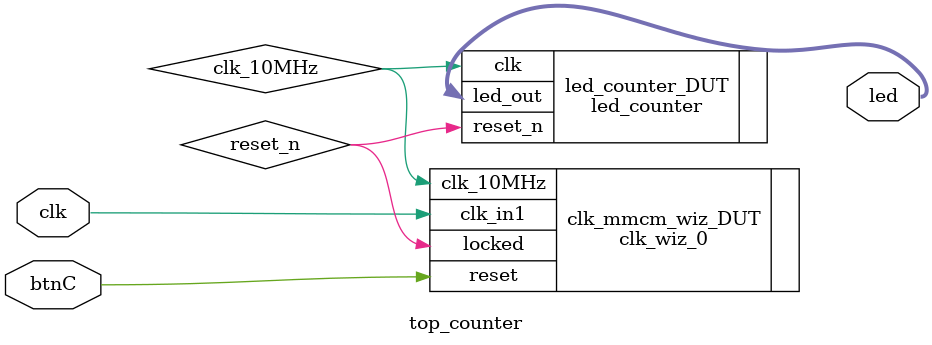
<source format=v>
`timescale 1ns / 1ps


module top_counter(
    input clk,
    input btnC,
    output [15:0] led
    );
    
    // Signal Declaration
    wire clk_10MHz;
    wire reset_n; 
    
    // Clock module converting 100MHz to 10MHz CLK signal
    clk_wiz_0 clk_mmcm_wiz_DUT(
    // Clock out ports
    .clk_10MHz(clk_10MHz),      // output clk_10MHz
    // Status and control signals
    .reset(btnC), // input reset
    .locked(reset_n),          // output locked
   // Clock in ports
    .clk_in1(clk)               // input clk_in1
);

    // Module to update LED value at 1Hz interval, rotates LED to lèft
    led_counter led_counter_DUT(
        .clk(clk_10MHz),        // 10MHz clock input
        .reset_n(reset_n),      // Active low reset
        .led_out(led[15:0])     //Output LED
    );

endmodule

</source>
